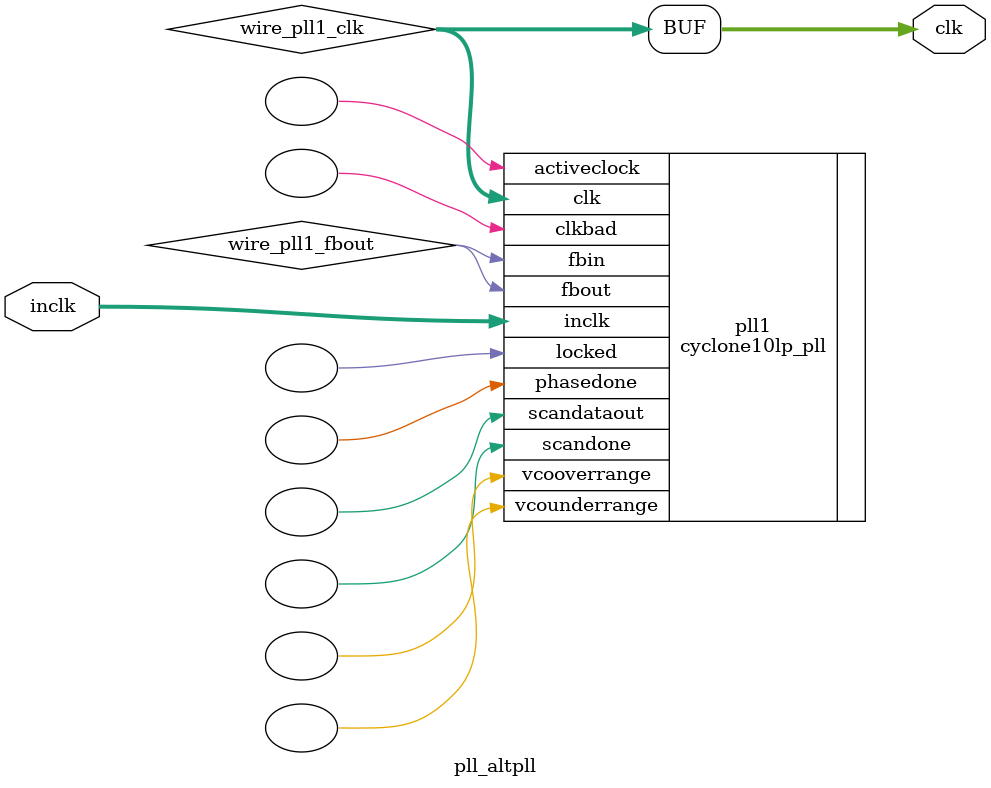
<source format=v>






//synthesis_resources = cyclone10lp_pll 1 
//synopsys translate_off
`timescale 1 ps / 1 ps
//synopsys translate_on
module  pll_altpll
	( 
	clk,
	inclk) /* synthesis synthesis_clearbox=1 */;
	output   [4:0]  clk;
	input   [1:0]  inclk;
`ifndef ALTERA_RESERVED_QIS
// synopsys translate_off
`endif
	tri0   [1:0]  inclk;
`ifndef ALTERA_RESERVED_QIS
// synopsys translate_on
`endif

	wire  [4:0]   wire_pll1_clk;
	wire  wire_pll1_fbout;

	cyclone10lp_pll   pll1
	( 
	.activeclock(),
	.clk(wire_pll1_clk),
	.clkbad(),
	.fbin(wire_pll1_fbout),
	.fbout(wire_pll1_fbout),
	.inclk(inclk),
	.locked(),
	.phasedone(),
	.scandataout(),
	.scandone(),
	.vcooverrange(),
	.vcounderrange()
	`ifndef FORMAL_VERIFICATION
	// synopsys translate_off
	`endif
	,
	.areset(1'b0),
	.clkswitch(1'b0),
	.configupdate(1'b0),
	.pfdena(1'b1),
	.phasecounterselect({3{1'b0}}),
	.phasestep(1'b0),
	.phaseupdown(1'b0),
	.scanclk(1'b0),
	.scanclkena(1'b1),
	.scandata(1'b0)
	`ifndef FORMAL_VERIFICATION
	// synopsys translate_on
	`endif
	);
	defparam
		pll1.bandwidth_type = "auto",
		pll1.clk0_divide_by = 4,
		pll1.clk0_duty_cycle = 50,
		pll1.clk0_multiply_by = 21,
		pll1.clk0_phase_shift = "0",
		pll1.compensate_clock = "clk0",
		pll1.inclk0_input_frequency = 83333,
		pll1.operation_mode = "normal",
		pll1.pll_type = "auto",
		pll1.lpm_type = "cyclone10lp_pll";
	assign
		clk = {wire_pll1_clk[4:0]};
endmodule //pll_altpll
//VALID FILE

</source>
